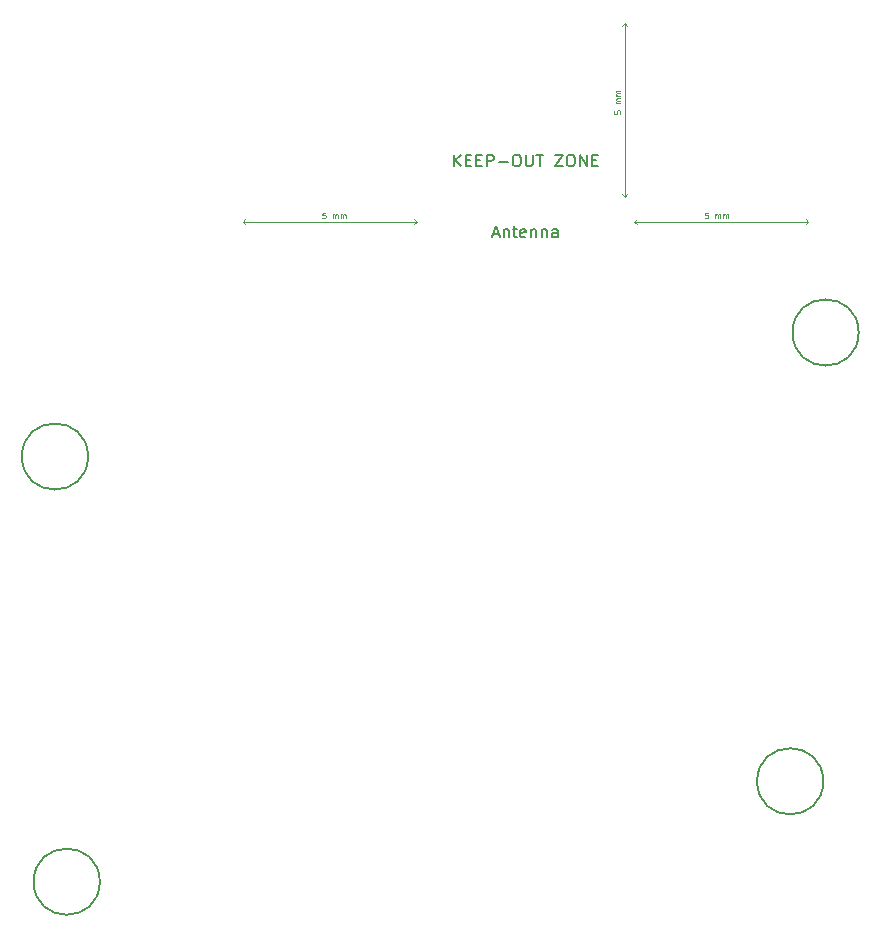
<source format=gbr>
%TF.GenerationSoftware,KiCad,Pcbnew,8.0.3*%
%TF.CreationDate,2024-06-29T17:40:49+07:00*%
%TF.ProjectId,solder-reflow,736f6c64-6572-42d7-9265-666c6f772e6b,rev?*%
%TF.SameCoordinates,Original*%
%TF.FileFunction,Other,Comment*%
%FSLAX46Y46*%
G04 Gerber Fmt 4.6, Leading zero omitted, Abs format (unit mm)*
G04 Created by KiCad (PCBNEW 8.0.3) date 2024-06-29 17:40:49*
%MOMM*%
%LPD*%
G01*
G04 APERTURE LIST*
%ADD10C,0.100000*%
%ADD11C,0.150000*%
G04 APERTURE END LIST*
D10*
X130151904Y-68841109D02*
X129913809Y-68841109D01*
X129913809Y-68841109D02*
X129890000Y-69079204D01*
X129890000Y-69079204D02*
X129913809Y-69055395D01*
X129913809Y-69055395D02*
X129961428Y-69031585D01*
X129961428Y-69031585D02*
X130080476Y-69031585D01*
X130080476Y-69031585D02*
X130128095Y-69055395D01*
X130128095Y-69055395D02*
X130151904Y-69079204D01*
X130151904Y-69079204D02*
X130175714Y-69126823D01*
X130175714Y-69126823D02*
X130175714Y-69245871D01*
X130175714Y-69245871D02*
X130151904Y-69293490D01*
X130151904Y-69293490D02*
X130128095Y-69317300D01*
X130128095Y-69317300D02*
X130080476Y-69341109D01*
X130080476Y-69341109D02*
X129961428Y-69341109D01*
X129961428Y-69341109D02*
X129913809Y-69317300D01*
X129913809Y-69317300D02*
X129890000Y-69293490D01*
X130770951Y-69341109D02*
X130770951Y-69007776D01*
X130770951Y-69055395D02*
X130794761Y-69031585D01*
X130794761Y-69031585D02*
X130842380Y-69007776D01*
X130842380Y-69007776D02*
X130913808Y-69007776D01*
X130913808Y-69007776D02*
X130961427Y-69031585D01*
X130961427Y-69031585D02*
X130985237Y-69079204D01*
X130985237Y-69079204D02*
X130985237Y-69341109D01*
X130985237Y-69079204D02*
X131009046Y-69031585D01*
X131009046Y-69031585D02*
X131056665Y-69007776D01*
X131056665Y-69007776D02*
X131128094Y-69007776D01*
X131128094Y-69007776D02*
X131175713Y-69031585D01*
X131175713Y-69031585D02*
X131199523Y-69079204D01*
X131199523Y-69079204D02*
X131199523Y-69341109D01*
X131437618Y-69341109D02*
X131437618Y-69007776D01*
X131437618Y-69055395D02*
X131461428Y-69031585D01*
X131461428Y-69031585D02*
X131509047Y-69007776D01*
X131509047Y-69007776D02*
X131580475Y-69007776D01*
X131580475Y-69007776D02*
X131628094Y-69031585D01*
X131628094Y-69031585D02*
X131651904Y-69079204D01*
X131651904Y-69079204D02*
X131651904Y-69341109D01*
X131651904Y-69079204D02*
X131675713Y-69031585D01*
X131675713Y-69031585D02*
X131723332Y-69007776D01*
X131723332Y-69007776D02*
X131794761Y-69007776D01*
X131794761Y-69007776D02*
X131842380Y-69031585D01*
X131842380Y-69031585D02*
X131866190Y-69079204D01*
X131866190Y-69079204D02*
X131866190Y-69341109D01*
D11*
X144328095Y-70659104D02*
X144804285Y-70659104D01*
X144232857Y-70944819D02*
X144566190Y-69944819D01*
X144566190Y-69944819D02*
X144899523Y-70944819D01*
X145232857Y-70278152D02*
X145232857Y-70944819D01*
X145232857Y-70373390D02*
X145280476Y-70325771D01*
X145280476Y-70325771D02*
X145375714Y-70278152D01*
X145375714Y-70278152D02*
X145518571Y-70278152D01*
X145518571Y-70278152D02*
X145613809Y-70325771D01*
X145613809Y-70325771D02*
X145661428Y-70421009D01*
X145661428Y-70421009D02*
X145661428Y-70944819D01*
X145994762Y-70278152D02*
X146375714Y-70278152D01*
X146137619Y-69944819D02*
X146137619Y-70801961D01*
X146137619Y-70801961D02*
X146185238Y-70897200D01*
X146185238Y-70897200D02*
X146280476Y-70944819D01*
X146280476Y-70944819D02*
X146375714Y-70944819D01*
X147090000Y-70897200D02*
X146994762Y-70944819D01*
X146994762Y-70944819D02*
X146804286Y-70944819D01*
X146804286Y-70944819D02*
X146709048Y-70897200D01*
X146709048Y-70897200D02*
X146661429Y-70801961D01*
X146661429Y-70801961D02*
X146661429Y-70421009D01*
X146661429Y-70421009D02*
X146709048Y-70325771D01*
X146709048Y-70325771D02*
X146804286Y-70278152D01*
X146804286Y-70278152D02*
X146994762Y-70278152D01*
X146994762Y-70278152D02*
X147090000Y-70325771D01*
X147090000Y-70325771D02*
X147137619Y-70421009D01*
X147137619Y-70421009D02*
X147137619Y-70516247D01*
X147137619Y-70516247D02*
X146661429Y-70611485D01*
X147566191Y-70278152D02*
X147566191Y-70944819D01*
X147566191Y-70373390D02*
X147613810Y-70325771D01*
X147613810Y-70325771D02*
X147709048Y-70278152D01*
X147709048Y-70278152D02*
X147851905Y-70278152D01*
X147851905Y-70278152D02*
X147947143Y-70325771D01*
X147947143Y-70325771D02*
X147994762Y-70421009D01*
X147994762Y-70421009D02*
X147994762Y-70944819D01*
X148470953Y-70278152D02*
X148470953Y-70944819D01*
X148470953Y-70373390D02*
X148518572Y-70325771D01*
X148518572Y-70325771D02*
X148613810Y-70278152D01*
X148613810Y-70278152D02*
X148756667Y-70278152D01*
X148756667Y-70278152D02*
X148851905Y-70325771D01*
X148851905Y-70325771D02*
X148899524Y-70421009D01*
X148899524Y-70421009D02*
X148899524Y-70944819D01*
X149804286Y-70944819D02*
X149804286Y-70421009D01*
X149804286Y-70421009D02*
X149756667Y-70325771D01*
X149756667Y-70325771D02*
X149661429Y-70278152D01*
X149661429Y-70278152D02*
X149470953Y-70278152D01*
X149470953Y-70278152D02*
X149375715Y-70325771D01*
X149804286Y-70897200D02*
X149709048Y-70944819D01*
X149709048Y-70944819D02*
X149470953Y-70944819D01*
X149470953Y-70944819D02*
X149375715Y-70897200D01*
X149375715Y-70897200D02*
X149328096Y-70801961D01*
X149328096Y-70801961D02*
X149328096Y-70706723D01*
X149328096Y-70706723D02*
X149375715Y-70611485D01*
X149375715Y-70611485D02*
X149470953Y-70563866D01*
X149470953Y-70563866D02*
X149709048Y-70563866D01*
X149709048Y-70563866D02*
X149804286Y-70516247D01*
X141018571Y-64944819D02*
X141018571Y-63944819D01*
X141589999Y-64944819D02*
X141161428Y-64373390D01*
X141589999Y-63944819D02*
X141018571Y-64516247D01*
X142018571Y-64421009D02*
X142351904Y-64421009D01*
X142494761Y-64944819D02*
X142018571Y-64944819D01*
X142018571Y-64944819D02*
X142018571Y-63944819D01*
X142018571Y-63944819D02*
X142494761Y-63944819D01*
X142923333Y-64421009D02*
X143256666Y-64421009D01*
X143399523Y-64944819D02*
X142923333Y-64944819D01*
X142923333Y-64944819D02*
X142923333Y-63944819D01*
X142923333Y-63944819D02*
X143399523Y-63944819D01*
X143828095Y-64944819D02*
X143828095Y-63944819D01*
X143828095Y-63944819D02*
X144209047Y-63944819D01*
X144209047Y-63944819D02*
X144304285Y-63992438D01*
X144304285Y-63992438D02*
X144351904Y-64040057D01*
X144351904Y-64040057D02*
X144399523Y-64135295D01*
X144399523Y-64135295D02*
X144399523Y-64278152D01*
X144399523Y-64278152D02*
X144351904Y-64373390D01*
X144351904Y-64373390D02*
X144304285Y-64421009D01*
X144304285Y-64421009D02*
X144209047Y-64468628D01*
X144209047Y-64468628D02*
X143828095Y-64468628D01*
X144828095Y-64563866D02*
X145590000Y-64563866D01*
X146256666Y-63944819D02*
X146447142Y-63944819D01*
X146447142Y-63944819D02*
X146542380Y-63992438D01*
X146542380Y-63992438D02*
X146637618Y-64087676D01*
X146637618Y-64087676D02*
X146685237Y-64278152D01*
X146685237Y-64278152D02*
X146685237Y-64611485D01*
X146685237Y-64611485D02*
X146637618Y-64801961D01*
X146637618Y-64801961D02*
X146542380Y-64897200D01*
X146542380Y-64897200D02*
X146447142Y-64944819D01*
X146447142Y-64944819D02*
X146256666Y-64944819D01*
X146256666Y-64944819D02*
X146161428Y-64897200D01*
X146161428Y-64897200D02*
X146066190Y-64801961D01*
X146066190Y-64801961D02*
X146018571Y-64611485D01*
X146018571Y-64611485D02*
X146018571Y-64278152D01*
X146018571Y-64278152D02*
X146066190Y-64087676D01*
X146066190Y-64087676D02*
X146161428Y-63992438D01*
X146161428Y-63992438D02*
X146256666Y-63944819D01*
X147113809Y-63944819D02*
X147113809Y-64754342D01*
X147113809Y-64754342D02*
X147161428Y-64849580D01*
X147161428Y-64849580D02*
X147209047Y-64897200D01*
X147209047Y-64897200D02*
X147304285Y-64944819D01*
X147304285Y-64944819D02*
X147494761Y-64944819D01*
X147494761Y-64944819D02*
X147589999Y-64897200D01*
X147589999Y-64897200D02*
X147637618Y-64849580D01*
X147637618Y-64849580D02*
X147685237Y-64754342D01*
X147685237Y-64754342D02*
X147685237Y-63944819D01*
X148018571Y-63944819D02*
X148589999Y-63944819D01*
X148304285Y-64944819D02*
X148304285Y-63944819D01*
X149590000Y-63944819D02*
X150256666Y-63944819D01*
X150256666Y-63944819D02*
X149590000Y-64944819D01*
X149590000Y-64944819D02*
X150256666Y-64944819D01*
X150828095Y-63944819D02*
X151018571Y-63944819D01*
X151018571Y-63944819D02*
X151113809Y-63992438D01*
X151113809Y-63992438D02*
X151209047Y-64087676D01*
X151209047Y-64087676D02*
X151256666Y-64278152D01*
X151256666Y-64278152D02*
X151256666Y-64611485D01*
X151256666Y-64611485D02*
X151209047Y-64801961D01*
X151209047Y-64801961D02*
X151113809Y-64897200D01*
X151113809Y-64897200D02*
X151018571Y-64944819D01*
X151018571Y-64944819D02*
X150828095Y-64944819D01*
X150828095Y-64944819D02*
X150732857Y-64897200D01*
X150732857Y-64897200D02*
X150637619Y-64801961D01*
X150637619Y-64801961D02*
X150590000Y-64611485D01*
X150590000Y-64611485D02*
X150590000Y-64278152D01*
X150590000Y-64278152D02*
X150637619Y-64087676D01*
X150637619Y-64087676D02*
X150732857Y-63992438D01*
X150732857Y-63992438D02*
X150828095Y-63944819D01*
X151685238Y-64944819D02*
X151685238Y-63944819D01*
X151685238Y-63944819D02*
X152256666Y-64944819D01*
X152256666Y-64944819D02*
X152256666Y-63944819D01*
X152732857Y-64421009D02*
X153066190Y-64421009D01*
X153209047Y-64944819D02*
X152732857Y-64944819D01*
X152732857Y-64944819D02*
X152732857Y-63944819D01*
X152732857Y-63944819D02*
X153209047Y-63944819D01*
D10*
X154616109Y-60228095D02*
X154616109Y-60466190D01*
X154616109Y-60466190D02*
X154854204Y-60489999D01*
X154854204Y-60489999D02*
X154830395Y-60466190D01*
X154830395Y-60466190D02*
X154806585Y-60418571D01*
X154806585Y-60418571D02*
X154806585Y-60299523D01*
X154806585Y-60299523D02*
X154830395Y-60251904D01*
X154830395Y-60251904D02*
X154854204Y-60228095D01*
X154854204Y-60228095D02*
X154901823Y-60204285D01*
X154901823Y-60204285D02*
X155020871Y-60204285D01*
X155020871Y-60204285D02*
X155068490Y-60228095D01*
X155068490Y-60228095D02*
X155092300Y-60251904D01*
X155092300Y-60251904D02*
X155116109Y-60299523D01*
X155116109Y-60299523D02*
X155116109Y-60418571D01*
X155116109Y-60418571D02*
X155092300Y-60466190D01*
X155092300Y-60466190D02*
X155068490Y-60489999D01*
X155116109Y-59609048D02*
X154782776Y-59609048D01*
X154830395Y-59609048D02*
X154806585Y-59585238D01*
X154806585Y-59585238D02*
X154782776Y-59537619D01*
X154782776Y-59537619D02*
X154782776Y-59466191D01*
X154782776Y-59466191D02*
X154806585Y-59418572D01*
X154806585Y-59418572D02*
X154854204Y-59394762D01*
X154854204Y-59394762D02*
X155116109Y-59394762D01*
X154854204Y-59394762D02*
X154806585Y-59370953D01*
X154806585Y-59370953D02*
X154782776Y-59323334D01*
X154782776Y-59323334D02*
X154782776Y-59251905D01*
X154782776Y-59251905D02*
X154806585Y-59204286D01*
X154806585Y-59204286D02*
X154854204Y-59180476D01*
X154854204Y-59180476D02*
X155116109Y-59180476D01*
X155116109Y-58942381D02*
X154782776Y-58942381D01*
X154830395Y-58942381D02*
X154806585Y-58918571D01*
X154806585Y-58918571D02*
X154782776Y-58870952D01*
X154782776Y-58870952D02*
X154782776Y-58799524D01*
X154782776Y-58799524D02*
X154806585Y-58751905D01*
X154806585Y-58751905D02*
X154854204Y-58728095D01*
X154854204Y-58728095D02*
X155116109Y-58728095D01*
X154854204Y-58728095D02*
X154806585Y-58704286D01*
X154806585Y-58704286D02*
X154782776Y-58656667D01*
X154782776Y-58656667D02*
X154782776Y-58585238D01*
X154782776Y-58585238D02*
X154806585Y-58537619D01*
X154806585Y-58537619D02*
X154854204Y-58513809D01*
X154854204Y-58513809D02*
X155116109Y-58513809D01*
X162551904Y-68841109D02*
X162313809Y-68841109D01*
X162313809Y-68841109D02*
X162290000Y-69079204D01*
X162290000Y-69079204D02*
X162313809Y-69055395D01*
X162313809Y-69055395D02*
X162361428Y-69031585D01*
X162361428Y-69031585D02*
X162480476Y-69031585D01*
X162480476Y-69031585D02*
X162528095Y-69055395D01*
X162528095Y-69055395D02*
X162551904Y-69079204D01*
X162551904Y-69079204D02*
X162575714Y-69126823D01*
X162575714Y-69126823D02*
X162575714Y-69245871D01*
X162575714Y-69245871D02*
X162551904Y-69293490D01*
X162551904Y-69293490D02*
X162528095Y-69317300D01*
X162528095Y-69317300D02*
X162480476Y-69341109D01*
X162480476Y-69341109D02*
X162361428Y-69341109D01*
X162361428Y-69341109D02*
X162313809Y-69317300D01*
X162313809Y-69317300D02*
X162290000Y-69293490D01*
X163170951Y-69341109D02*
X163170951Y-69007776D01*
X163170951Y-69055395D02*
X163194761Y-69031585D01*
X163194761Y-69031585D02*
X163242380Y-69007776D01*
X163242380Y-69007776D02*
X163313808Y-69007776D01*
X163313808Y-69007776D02*
X163361427Y-69031585D01*
X163361427Y-69031585D02*
X163385237Y-69079204D01*
X163385237Y-69079204D02*
X163385237Y-69341109D01*
X163385237Y-69079204D02*
X163409046Y-69031585D01*
X163409046Y-69031585D02*
X163456665Y-69007776D01*
X163456665Y-69007776D02*
X163528094Y-69007776D01*
X163528094Y-69007776D02*
X163575713Y-69031585D01*
X163575713Y-69031585D02*
X163599523Y-69079204D01*
X163599523Y-69079204D02*
X163599523Y-69341109D01*
X163837618Y-69341109D02*
X163837618Y-69007776D01*
X163837618Y-69055395D02*
X163861428Y-69031585D01*
X163861428Y-69031585D02*
X163909047Y-69007776D01*
X163909047Y-69007776D02*
X163980475Y-69007776D01*
X163980475Y-69007776D02*
X164028094Y-69031585D01*
X164028094Y-69031585D02*
X164051904Y-69079204D01*
X164051904Y-69079204D02*
X164051904Y-69341109D01*
X164051904Y-69079204D02*
X164075713Y-69031585D01*
X164075713Y-69031585D02*
X164123332Y-69007776D01*
X164123332Y-69007776D02*
X164194761Y-69007776D01*
X164194761Y-69007776D02*
X164242380Y-69031585D01*
X164242380Y-69031585D02*
X164266190Y-69079204D01*
X164266190Y-69079204D02*
X164266190Y-69341109D01*
D11*
%TO.C,H1*%
X110050000Y-89500000D02*
G75*
G02*
X104450000Y-89500000I-2800000J0D01*
G01*
X104450000Y-89500000D02*
G75*
G02*
X110050000Y-89500000I2800000J0D01*
G01*
D10*
%TO.C,U6*%
X123150000Y-69615000D02*
X123350000Y-69415000D01*
X123150000Y-69615000D02*
X123350000Y-69815000D01*
X123150000Y-69615000D02*
X137890000Y-69615000D01*
X137890000Y-69615000D02*
X137690000Y-69415000D01*
X137890000Y-69615000D02*
X137690000Y-69815000D01*
X155490000Y-52810000D02*
X155290000Y-53010000D01*
X155490000Y-52810000D02*
X155690000Y-53010000D01*
X155490000Y-67490000D02*
X155290000Y-67290000D01*
X155490000Y-67490000D02*
X155490000Y-52810000D01*
X155490000Y-67490000D02*
X155690000Y-67290000D01*
X156290000Y-69615000D02*
X156490000Y-69415000D01*
X156290000Y-69615000D02*
X156490000Y-69815000D01*
X156290000Y-69615000D02*
X171030000Y-69615000D01*
X171030000Y-69615000D02*
X170830000Y-69415000D01*
X171030000Y-69615000D02*
X170830000Y-69815000D01*
D11*
%TO.C,H2*%
X175300000Y-79000000D02*
G75*
G02*
X169700000Y-79000000I-2800000J0D01*
G01*
X169700000Y-79000000D02*
G75*
G02*
X175300000Y-79000000I2800000J0D01*
G01*
%TO.C,H5*%
X111050000Y-125500000D02*
G75*
G02*
X105450000Y-125500000I-2800000J0D01*
G01*
X105450000Y-125500000D02*
G75*
G02*
X111050000Y-125500000I2800000J0D01*
G01*
%TO.C,H4*%
X172300000Y-117000000D02*
G75*
G02*
X166700000Y-117000000I-2800000J0D01*
G01*
X166700000Y-117000000D02*
G75*
G02*
X172300000Y-117000000I2800000J0D01*
G01*
%TD*%
M02*

</source>
